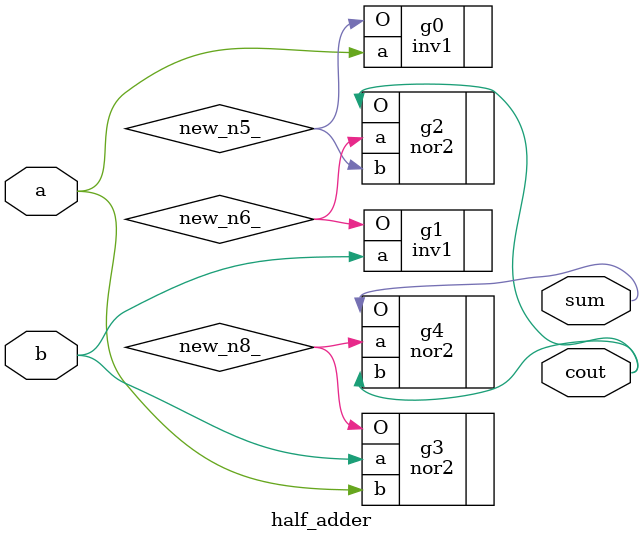
<source format=v>

module half_adder (
    a, b,
    cout, sum  );
  input  a, b;
  output cout, sum;
  wire new_n5_, new_n6_, new_n8_;
  inv1 g0(.a(a), .O(new_n5_));
  inv1 g1(.a(b), .O(new_n6_));
  nor2 g2(.a(new_n6_), .b(new_n5_), .O(cout));
  nor2 g3(.a(b), .b(a), .O(new_n8_));
  nor2 g4(.a(new_n8_), .b(cout), .O(sum));
endmodule

</source>
